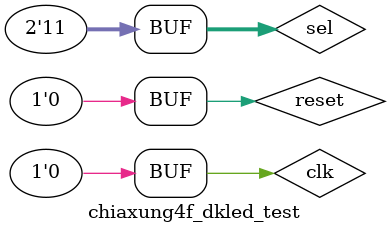
<source format=v>
`timescale 1ns / 1ps


module chiaxung4f_dkled_test;

	// Inputs
	reg clk;
	reg reset;
	reg [1:0] sel;

	// Outputs
	wire clkOut;

	// Instantiate the Unit Under Test (UUT)
	chiaxung4f_dkled uut (
		.clk(clk), 
		.reset(reset), 
		.sel(sel), 
		.clkOut(clkOut)
	);
always
begin
clk = 1; #10;
clk = 0; #10;
end
	initial begin
		// Initialize Inputs
		clk = 0;
		reset = 0;
		#10;
		reset = 1;
		#20;
		reset = 0;
		#10;
		sel = 0;
		#1000;
		sel = 1;
		#2000;
		sel = 2;
		#3000;
		sel = 3;
		#4000;
		// Wait 100 ns for global reset to finish
		#100;
        
		// Add stimulus here

	end
      
endmodule


</source>
